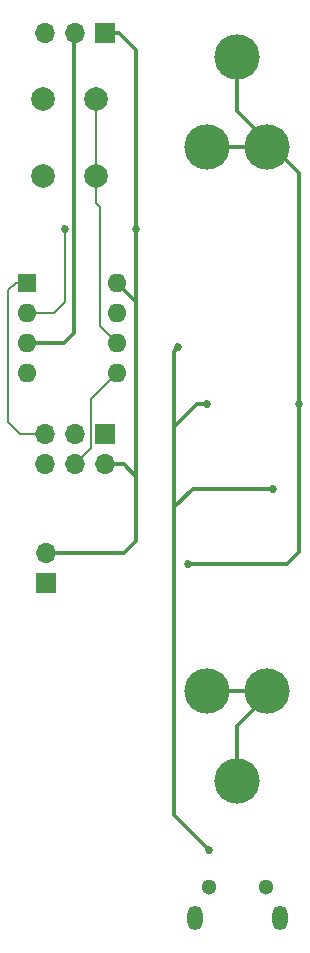
<source format=gbl>
G04 #@! TF.GenerationSoftware,KiCad,Pcbnew,5.1.5+dfsg1-2build2*
G04 #@! TF.CreationDate,2021-06-06T20:08:15-06:00*
G04 #@! TF.ProjectId,flicker_lamp,666c6963-6b65-4725-9f6c-616d702e6b69,rev?*
G04 #@! TF.SameCoordinates,Original*
G04 #@! TF.FileFunction,Copper,L2,Bot*
G04 #@! TF.FilePolarity,Positive*
%FSLAX46Y46*%
G04 Gerber Fmt 4.6, Leading zero omitted, Abs format (unit mm)*
G04 Created by KiCad (PCBNEW 5.1.5+dfsg1-2build2) date 2021-06-06 20:08:15*
%MOMM*%
%LPD*%
G04 APERTURE LIST*
%ADD10O,1.300000X2.100000*%
%ADD11C,1.300000*%
%ADD12R,1.600000X1.600000*%
%ADD13O,1.600000X1.600000*%
%ADD14C,3.830000*%
%ADD15C,2.000000*%
%ADD16R,1.700000X1.700000*%
%ADD17O,1.700000X1.700000*%
%ADD18C,0.685800*%
%ADD19C,0.304800*%
%ADD20C,0.152400*%
G04 APERTURE END LIST*
D10*
X78600000Y-159130000D03*
X71400000Y-159130000D03*
D11*
X72575000Y-156480000D03*
X77425000Y-156480000D03*
D12*
X57180000Y-105380000D03*
D13*
X64800000Y-113000000D03*
X57180000Y-107920000D03*
X64800000Y-110460000D03*
X57180000Y-110460000D03*
X64800000Y-107920000D03*
X57180000Y-113000000D03*
X64800000Y-105380000D03*
D14*
X77540000Y-139880000D03*
X72460000Y-139880000D03*
X75000000Y-147500000D03*
X75000000Y-86260000D03*
X72460000Y-93880000D03*
X77540000Y-93880000D03*
D15*
X58500000Y-89780000D03*
X63000000Y-89780000D03*
X58500000Y-96280000D03*
X63000000Y-96280000D03*
D16*
X63800000Y-84180000D03*
D17*
X61260000Y-84180000D03*
X58720000Y-84180000D03*
D16*
X58800000Y-130780000D03*
D17*
X58800000Y-128240000D03*
D16*
X63800000Y-118180000D03*
D17*
X63800000Y-120720000D03*
X61260000Y-118180000D03*
X61260000Y-120720000D03*
X58720000Y-118180000D03*
X58720000Y-120720000D03*
D18*
X70000000Y-110780000D03*
X72400000Y-115580000D03*
X78000000Y-122780000D03*
X72600000Y-153380000D03*
X80200000Y-115580000D03*
X70800000Y-129180000D03*
X66400000Y-100780000D03*
X60400000Y-100780000D03*
D19*
X61200000Y-84240000D02*
X61200000Y-106780000D01*
X57180000Y-110460000D02*
X60320000Y-110460000D01*
X61200000Y-109580000D02*
X61200000Y-106780000D01*
X60320000Y-110460000D02*
X61200000Y-109580000D01*
D20*
X56600000Y-118180000D02*
X58720000Y-118180000D01*
X55600000Y-117180000D02*
X56600000Y-118180000D01*
X55600000Y-106007600D02*
X55600000Y-117180000D01*
X56227600Y-105380000D02*
X55600000Y-106007600D01*
X57180000Y-105380000D02*
X56227600Y-105380000D01*
X62600000Y-119380000D02*
X61260000Y-120720000D01*
X62600000Y-115200000D02*
X62600000Y-119380000D01*
X64800000Y-113000000D02*
X62600000Y-115200000D01*
X63000000Y-89780000D02*
X63000000Y-96280000D01*
X63000000Y-98580000D02*
X63000000Y-96280000D01*
X63400000Y-98980000D02*
X63000000Y-98580000D01*
X63400000Y-108980000D02*
X63400000Y-98980000D01*
X64800000Y-110460000D02*
X63400000Y-108980000D01*
D19*
X69600000Y-111180000D02*
X70000000Y-110780000D01*
X72400000Y-115580000D02*
X71600000Y-115580000D01*
X71600000Y-115580000D02*
X69600000Y-117580000D01*
X69600000Y-117580000D02*
X69600000Y-111180000D01*
X78000000Y-122780000D02*
X71200000Y-122780000D01*
X71200000Y-122780000D02*
X69600000Y-124380000D01*
X69600000Y-124380000D02*
X69600000Y-117580000D01*
X69600000Y-150380000D02*
X69600000Y-125580000D01*
X72600000Y-153380000D02*
X69600000Y-150380000D01*
X69600000Y-125580000D02*
X69600000Y-124380000D01*
X75000000Y-90840000D02*
X77540000Y-93380000D01*
X75000000Y-85760000D02*
X75000000Y-90840000D01*
X80200000Y-96040000D02*
X77540000Y-93380000D01*
X80200000Y-116380000D02*
X80200000Y-96040000D01*
X79200000Y-129180000D02*
X70800000Y-129180000D01*
X80200000Y-128180000D02*
X79200000Y-129180000D01*
X80200000Y-116380000D02*
X80200000Y-128180000D01*
X72460000Y-93880000D02*
X77540000Y-93880000D01*
X64954800Y-84180000D02*
X63800000Y-84180000D01*
X66400000Y-85625200D02*
X64954800Y-84180000D01*
X65400000Y-128240000D02*
X58800000Y-128240000D01*
X66400000Y-127180000D02*
X65400000Y-128240000D01*
X66400000Y-122380000D02*
X66400000Y-127180000D01*
X66400000Y-121780000D02*
X66400000Y-122380000D01*
X65400000Y-120720000D02*
X66400000Y-121780000D01*
X63800000Y-120720000D02*
X65400000Y-120720000D01*
X66400000Y-114180000D02*
X66400000Y-122380000D01*
X66400000Y-103360000D02*
X66400000Y-100780000D01*
X66400000Y-100780000D02*
X66400000Y-85625200D01*
X64800000Y-105380000D02*
X66400000Y-106980000D01*
X66400000Y-106980000D02*
X66400000Y-114180000D01*
X66400000Y-103360000D02*
X66400000Y-106980000D01*
D20*
X60400000Y-106980000D02*
X60400000Y-100780000D01*
X59460000Y-107920000D02*
X60400000Y-106980000D01*
X57180000Y-107920000D02*
X59460000Y-107920000D01*
D19*
X75000000Y-142920000D02*
X77540000Y-140380000D01*
X75000000Y-148000000D02*
X75000000Y-142920000D01*
X75168218Y-139880000D02*
X77540000Y-139880000D01*
X72460000Y-139880000D02*
X75168218Y-139880000D01*
M02*

</source>
